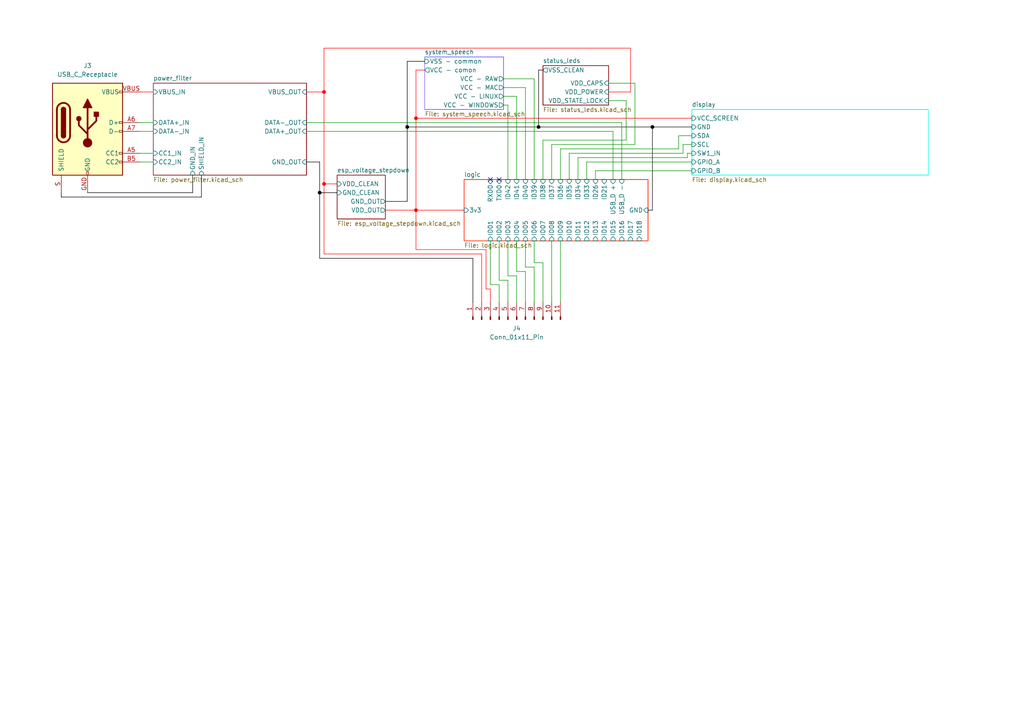
<source format=kicad_sch>
(kicad_sch (version 20250114) (generator "eeschema") (generator_version "9.0")
  (paper "A4")
  (lib_symbols
    (symbol "Connector:Conn_01x11_Pin" (pin_names (offset 1.016) (hide yes))
      (property "Reference" "J" (at 0 15.24 0))
      (property "Value" "Conn_01x11_Pin" (at 0 -15.24 0))
      (symbol "Conn_01x11_Pin_1_1"
        (rectangle (start 0.8636 12.827) (end 0 12.573) (stroke (width 0.1524)) (fill (type outline)))
        (rectangle (start 0.8636 10.287) (end 0 10.033) (stroke (width 0.1524)) (fill (type outline)))
        (rectangle (start 0.8636 7.747) (end 0 7.493) (stroke (width 0.1524)) (fill (type outline)))
        (rectangle (start 0.8636 5.207) (end 0 4.953) (stroke (width 0.1524)) (fill (type outline)))
        (rectangle (start 0.8636 2.667) (end 0 2.413) (stroke (width 0.1524)) (fill (type outline)))
        (rectangle (start 0.8636 0.127) (end 0 -0.127) (stroke (width 0.1524)) (fill (type outline)))
        (rectangle (start 0.8636 -2.413) (end 0 -2.667) (stroke (width 0.1524)) (fill (type outline)))
        (rectangle (start 0.8636 -4.953) (end 0 -5.207) (stroke (width 0.1524)) (fill (type outline)))
        (rectangle (start 0.8636 -7.493) (end 0 -7.747) (stroke (width 0.1524)) (fill (type outline)))
        (rectangle (start 0.8636 -10.033) (end 0 -10.287) (stroke (width 0.1524)) (fill (type outline)))
        (rectangle (start 0.8636 -12.573) (end 0 -12.827) (stroke (width 0.1524)) (fill (type outline)))
        (polyline (pts (xy 1.27 12.7) (xy 0.8636 12.7)) (stroke (width 0.1524)))
        (polyline (pts (xy 1.27 10.16) (xy 0.8636 10.16)) (stroke (width 0.1524)))
        (polyline (pts (xy 1.27 7.62) (xy 0.8636 7.62)) (stroke (width 0.1524)))
        (polyline (pts (xy 1.27 5.08) (xy 0.8636 5.08)) (stroke (width 0.1524)))
        (polyline (pts (xy 1.27 2.54) (xy 0.8636 2.54)) (stroke (width 0.1524)))
        (polyline (pts (xy 1.27 0) (xy 0.8636 0)) (stroke (width 0.1524)))
        (polyline (pts (xy 1.27 -2.54) (xy 0.8636 -2.54)) (stroke (width 0.1524)))
        (polyline (pts (xy 1.27 -5.08) (xy 0.8636 -5.08)) (stroke (width 0.1524)))
        (polyline (pts (xy 1.27 -7.62) (xy 0.8636 -7.62)) (stroke (width 0.1524)))
        (polyline (pts (xy 1.27 -10.16) (xy 0.8636 -10.16)) (stroke (width 0.1524)))
        (polyline (pts (xy 1.27 -12.7) (xy 0.8636 -12.7)) (stroke (width 0.1524)))
        (pin passive line (at 5.08 12.7 180) (length 3.81) (name "Pin_1") (number "1"))
        (pin passive line (at 5.08 10.16 180) (length 3.81) (name "Pin_2") (number "2"))
        (pin passive line (at 5.08 7.62 180) (length 3.81) (name "Pin_3") (number "3"))
        (pin passive line (at 5.08 5.08 180) (length 3.81) (name "Pin_4") (number "4"))
        (pin passive line (at 5.08 2.54 180) (length 3.81) (name "Pin_5") (number "5"))
        (pin passive line (at 5.08 0 180) (length 3.81) (name "Pin_6") (number "6"))
        (pin passive line (at 5.08 -2.54 180) (length 3.81) (name "Pin_7") (number "7"))
        (pin passive line (at 5.08 -5.08 180) (length 3.81) (name "Pin_8") (number "8"))
        (pin passive line (at 5.08 -7.62 180) (length 3.81) (name "Pin_9") (number "9"))
        (pin passive line (at 5.08 -10.16 180) (length 3.81) (name "Pin_10") (number "10"))
        (pin passive line (at 5.08 -12.7 180) (length 3.81) (name "Pin_11") (number "11"))
      )
    )
    (symbol "PCM_SparkFun-Connector:USB_C_Receptacle" (pin_names (offset 1.016))
      (property "Reference" "J" (at -10.16 12.7 0))
      (property "Value" "USB_C_Receptacle" (at 19.05 12.7 0))
      (symbol "USB_C_Receptacle_0_0"
        (rectangle (start -0.254 -15.24) (end 0.254 -14.224))
        (rectangle (start 10.16 9.144) (end 9.144 8.636))
        (rectangle (start 10.16 0.254) (end 9.144 -0.254))
        (rectangle (start 10.16 -2.286) (end 9.144 -2.794))
        (rectangle (start 10.16 -8.636) (end 9.144 -9.144))
        (rectangle (start 10.16 -11.176) (end 9.144 -11.684))
      )
      (symbol "USB_C_Receptacle_0_1"
        (rectangle (start -10.16 11.43) (end 10.16 -15.24) (stroke (width 0.254)) (fill (type background)))
        (polyline (pts (xy -8.89 -3.81) (xy -8.89 3.81)) (stroke (width 0.508)))
        (rectangle (start -7.62 -3.81) (end -6.35 3.81) (stroke (width 0.254)) (fill (type outline)))
        (arc (start -7.62 3.81) (mid -6.985 4.4423) (end -6.35 3.81) (stroke (width 0.254)))
        (arc (start -7.62 3.81) (mid -6.985 4.4423) (end -6.35 3.81) (stroke (width 0.254)) (fill (type outline)))
        (arc (start -8.89 3.81) (mid -6.985 5.7067) (end -5.08 3.81) (stroke (width 0.508)))
        (arc (start -5.08 -3.81) (mid -6.985 -5.7067) (end -8.89 -3.81) (stroke (width 0.508)))
        (arc (start -6.35 -3.81) (mid -6.985 -4.4423) (end -7.62 -3.81) (stroke (width 0.254)))
        (arc (start -6.35 -3.81) (mid -6.985 -4.4423) (end -7.62 -3.81) (stroke (width 0.254)) (fill (type outline)))
        (polyline (pts (xy -5.08 3.81) (xy -5.08 -3.81)) (stroke (width 0.508)))
        (circle (center -2.54 1.143) (radius 0.635) (stroke (width 0.254)) (fill (type outline)))
        (polyline (pts (xy -1.27 4.318) (xy 0 6.858) (xy 1.27 4.318) (xy -1.27 4.318)) (stroke (width 0.254)) (fill (type outline)))
        (polyline (pts (xy 0 -2.032) (xy 2.54 0.508) (xy 2.54 1.778)) (stroke (width 0.508)))
        (polyline (pts (xy 0 -3.302) (xy -2.54 -0.762) (xy -2.54 0.508)) (stroke (width 0.508)))
        (polyline (pts (xy 0 -5.842) (xy 0 4.318)) (stroke (width 0.508)))
        (circle (center 0 -5.842) (radius 1.27) (fill (type outline)))
        (rectangle (start 1.905 1.778) (end 3.175 3.048) (stroke (width 0.254)) (fill (type outline)))
      )
      (symbol "USB_C_Receptacle_1_1"
        (pin passive line (at -7.62 -20.32 90) (length 5.08) (name "SHIELD") (number "S"))
        (pin no_connect line (at -5.08 -15.24 90) (length 5.08) (hide yes) (name "NC") (number "NC1"))
        (pin no_connect line (at -3.81 -15.24 90) (length 5.08) (hide yes) (name "NC") (number "NC2"))
        (pin no_connect line (at -2.54 -15.24 90) (length 5.08) (hide yes) (name "NC") (number "NC3"))
        (pin passive line (at 0 -20.32 90) (length 5.08) (name "GND") (number "GND"))
        (pin no_connect line (at 2.54 -15.24 90) (length 5.08) (hide yes) (name "NC") (number "A8"))
        (pin no_connect line (at 3.81 -15.24 90) (length 5.08) (hide yes) (name "NC") (number "B8"))
        (pin power_out line (at 15.24 8.89 180) (length 5.08) (name "VBUS") (number "VBUS"))
        (pin bidirectional line (at 15.24 0 180) (length 5.08) (name "D+") (number "A6"))
        (pin bidirectional line (at 15.24 0 180) (length 5.08) (hide yes) (name "D+") (number "B6"))
        (pin bidirectional line (at 15.24 -2.54 180) (length 5.08) (name "D-") (number "A7"))
        (pin bidirectional line (at 15.24 -2.54 180) (length 5.08) (hide yes) (name "D-") (number "B7"))
        (pin bidirectional line (at 15.24 -8.89 180) (length 5.08) (name "CC1") (number "A5"))
        (pin bidirectional line (at 15.24 -11.43 180) (length 5.08) (name "CC2") (number "B5"))
      )
    )
  )
  (junction (at 118.11 36.83) (color 0 0 0 1))
  (junction (at 92.71 55.88) (color 0 0 0 1))
  (junction (at 189.23 36.83) (color 0 0 0 1))
  (junction (at 120.65 34.29) (color 255 0 0 1))
  (junction (at 93.98 26.67) (color 255 0 0 1))
  (junction (at 93.98 53.34) (color 255 0 0 1))
  (junction (at 156.21 36.83) (color 0 0 0 1))
  (junction (at 120.65 60.96) (color 255 0 0 1))
  (no_connect (at 142.24 52.07))
  (no_connect (at 144.78 52.07))
  (wire (pts (xy 154.94 22.86) (xy 154.94 52.07)))
  (wire (pts (xy 167.64 45.72) (xy 199.39 45.72)))
  (wire (pts (xy 118.11 36.83) (xy 118.11 58.42)) (stroke (width 0) (color 0 0 0 1)))
  (wire (pts (xy 118.11 17.78) (xy 123.19 17.78)) (stroke (width 0) (color 0 0 0 1)))
  (wire (pts (xy 139.7 73.66) (xy 139.7 87.63)) (stroke (width 0) (color 255 0 0 1)))
  (wire (pts (xy 154.94 77.47) (xy 154.94 87.63)))
  (wire (pts (xy 200.66 41.91) (xy 198.12 41.91)))
  (wire (pts (xy 172.72 49.53) (xy 200.66 49.53)))
  (wire (pts (xy 157.48 76.2) (xy 157.48 87.63)))
  (wire (pts (xy 156.21 36.83) (xy 189.23 36.83)) (stroke (width 0) (color 0 0 0 1)))
  (wire (pts (xy 184.15 24.13) (xy 184.15 41.91)))
  (wire (pts (xy 180.34 35.56) (xy 180.34 52.07)))
  (wire (pts (xy 88.9 35.56) (xy 180.34 35.56)))
  (wire (pts (xy 40.64 46.99) (xy 44.45 46.99)))
  (wire (pts (xy 176.53 24.13) (xy 184.15 24.13)))
  (wire (pts (xy 40.64 38.1) (xy 44.45 38.1)))
  (wire (pts (xy 140.97 72.39) (xy 140.97 83.82)) (stroke (width 0) (color 255 0 0 1)))
  (wire (pts (xy 137.16 74.93) (xy 137.16 87.63)) (stroke (width 0) (color 0 0 0 1)))
  (wire (pts (xy 120.65 34.29) (xy 120.65 60.96)) (stroke (width 0) (color 255 0 0 1)))
  (wire (pts (xy 142.24 83.82) (xy 142.24 87.63)) (stroke (width 0) (color 255 0 0 1)))
  (wire (pts (xy 147.32 80.01) (xy 149.86 80.01)))
  (wire (pts (xy 146.05 25.4) (xy 152.4 25.4)))
  (wire (pts (xy 162.56 43.18) (xy 162.56 52.07)))
  (wire (pts (xy 149.86 80.01) (xy 149.86 87.63)))
  (wire (pts (xy 58.42 50.8) (xy 58.42 57.15)) (stroke (width 0) (color 0 0 0 1)))
  (wire (pts (xy 55.88 50.8) (xy 55.88 55.88)) (stroke (width 0) (color 0 0 0 1)))
  (wire (pts (xy 149.86 78.74) (xy 152.4 78.74)))
  (wire (pts (xy 187.96 60.96) (xy 189.23 60.96)) (stroke (width 0) (color 0 0 0 1)))
  (wire (pts (xy 149.86 27.94) (xy 149.86 52.07)))
  (wire (pts (xy 144.78 81.28) (xy 147.32 81.28)))
  (wire (pts (xy 111.76 60.96) (xy 120.65 60.96)) (stroke (width 0) (color 255 0 0 1)))
  (wire (pts (xy 181.61 29.21) (xy 181.61 40.64)))
  (wire (pts (xy 92.71 55.88) (xy 97.79 55.88)) (stroke (width 0) (color 0 0 0 1)))
  (wire (pts (xy 92.71 55.88) (xy 92.71 74.93)) (stroke (width 0) (color 0 0 0 1)))
  (wire (pts (xy 88.9 46.99) (xy 92.71 46.99)) (stroke (width 0) (color 0 0 0 1)))
  (wire (pts (xy 156.21 20.32) (xy 156.21 36.83)) (stroke (width 0) (color 0 0 0 1)))
  (wire (pts (xy 170.18 52.07) (xy 170.18 46.99)))
  (wire (pts (xy 58.42 57.15) (xy 17.78 57.15)) (stroke (width 0) (color 0 0 0 1)))
  (wire (pts (xy 170.18 46.99) (xy 200.66 46.99)))
  (wire (pts (xy 152.4 25.4) (xy 152.4 52.07)))
  (wire (pts (xy 88.9 26.67) (xy 93.98 26.67)) (stroke (width 0) (color 255 0 0 1)))
  (wire (pts (xy 157.48 40.64) (xy 157.48 52.07)))
  (wire (pts (xy 149.86 69.85) (xy 149.86 78.74)))
  (wire (pts (xy 120.65 72.39) (xy 140.97 72.39)) (stroke (width 0) (color 255 0 0 1)))
  (wire (pts (xy 199.39 44.45) (xy 199.39 45.72)))
  (wire (pts (xy 182.88 13.97) (xy 93.98 13.97)) (stroke (width 0) (color 255 0 0 1)))
  (wire (pts (xy 189.23 36.83) (xy 200.66 36.83)) (stroke (width 0) (color 0 0 0 1)))
  (wire (pts (xy 92.71 74.93) (xy 137.16 74.93)) (stroke (width 0) (color 0 0 0 1)))
  (wire (pts (xy 146.05 27.94) (xy 149.86 27.94)))
  (wire (pts (xy 147.32 52.07) (xy 147.32 30.48)))
  (wire (pts (xy 189.23 36.83) (xy 189.23 60.96)) (stroke (width 0) (color 0 0 0 1)))
  (wire (pts (xy 93.98 53.34) (xy 97.79 53.34)) (stroke (width 0) (color 255 0 0 1)))
  (wire (pts (xy 160.02 69.85) (xy 160.02 87.63)))
  (wire (pts (xy 157.48 20.32) (xy 156.21 20.32)) (stroke (width 0) (color 0 0 0 1)))
  (wire (pts (xy 146.05 30.48) (xy 147.32 30.48)))
  (wire (pts (xy 88.9 38.1) (xy 177.8 38.1)))
  (wire (pts (xy 165.1 44.45) (xy 165.1 52.07)))
  (wire (pts (xy 184.15 41.91) (xy 160.02 41.91)))
  (wire (pts (xy 140.97 83.82) (xy 142.24 83.82)) (stroke (width 0) (color 255 0 0 1)))
  (wire (pts (xy 144.78 69.85) (xy 144.78 81.28)))
  (wire (pts (xy 118.11 36.83) (xy 156.21 36.83)) (stroke (width 0) (color 0 0 0 1)))
  (wire (pts (xy 147.32 81.28) (xy 147.32 87.63)))
  (wire (pts (xy 152.4 77.47) (xy 154.94 77.47)))
  (wire (pts (xy 93.98 13.97) (xy 93.98 26.67)) (stroke (width 0) (color 255 0 0 1)))
  (wire (pts (xy 123.19 20.32) (xy 120.65 20.32)) (stroke (width 0) (color 255 0 0 1)))
  (wire (pts (xy 181.61 40.64) (xy 157.48 40.64)))
  (wire (pts (xy 177.8 38.1) (xy 177.8 52.07)))
  (wire (pts (xy 147.32 69.85) (xy 147.32 80.01)))
  (wire (pts (xy 198.12 41.91) (xy 198.12 44.45)))
  (wire (pts (xy 152.4 69.85) (xy 152.4 77.47)))
  (wire (pts (xy 144.78 82.55) (xy 144.78 87.63)))
  (wire (pts (xy 167.64 52.07) (xy 167.64 45.72)))
  (wire (pts (xy 182.88 26.67) (xy 182.88 13.97)) (stroke (width 0) (color 255 0 0 1)))
  (wire (pts (xy 200.66 39.37) (xy 196.85 39.37)))
  (wire (pts (xy 55.88 55.88) (xy 25.4 55.88)) (stroke (width 0) (color 0 0 0 1)))
  (wire (pts (xy 120.65 60.96) (xy 120.65 72.39)) (stroke (width 0) (color 255 0 0 1)))
  (wire (pts (xy 152.4 78.74) (xy 152.4 87.63)))
  (wire (pts (xy 120.65 20.32) (xy 120.65 34.29)) (stroke (width 0) (color 255 0 0 1)))
  (wire (pts (xy 120.65 34.29) (xy 200.66 34.29)) (stroke (width 0) (color 255 0 0 1)))
  (wire (pts (xy 40.64 26.67) (xy 44.45 26.67)) (stroke (width 0) (color 255 0 0 1)))
  (wire (pts (xy 200.66 44.45) (xy 199.39 44.45)))
  (wire (pts (xy 93.98 73.66) (xy 139.7 73.66)) (stroke (width 0) (color 255 0 0 1)))
  (wire (pts (xy 92.71 46.99) (xy 92.71 55.88)) (stroke (width 0) (color 0 0 0 1)))
  (wire (pts (xy 40.64 44.45) (xy 44.45 44.45)))
  (wire (pts (xy 165.1 44.45) (xy 198.12 44.45)))
  (wire (pts (xy 93.98 26.67) (xy 93.98 53.34)) (stroke (width 0) (color 255 0 0 1)))
  (wire (pts (xy 154.94 76.2) (xy 154.94 69.85)))
  (wire (pts (xy 142.24 82.55) (xy 144.78 82.55)))
  (wire (pts (xy 176.53 29.21) (xy 181.61 29.21)))
  (wire (pts (xy 120.65 60.96) (xy 134.62 60.96)) (stroke (width 0) (color 255 0 0 1)))
  (wire (pts (xy 142.24 69.85) (xy 142.24 82.55)))
  (wire (pts (xy 17.78 57.15) (xy 17.78 55.88)) (stroke (width 0) (color 0 0 0 1)))
  (wire (pts (xy 176.53 26.67) (xy 182.88 26.67)) (stroke (width 0) (color 255 0 0 1)))
  (wire (pts (xy 160.02 41.91) (xy 160.02 52.07)))
  (wire (pts (xy 172.72 52.07) (xy 172.72 49.53)))
  (wire (pts (xy 93.98 53.34) (xy 93.98 73.66)) (stroke (width 0) (color 255 0 0 1)))
  (wire (pts (xy 118.11 17.78) (xy 118.11 36.83)) (stroke (width 0) (color 0 0 0 1)))
  (wire (pts (xy 162.56 43.18) (xy 196.85 43.18)))
  (wire (pts (xy 196.85 39.37) (xy 196.85 43.18)))
  (wire (pts (xy 162.56 69.85) (xy 162.56 87.63)))
  (wire (pts (xy 154.94 76.2) (xy 157.48 76.2)))
  (wire (pts (xy 111.76 58.42) (xy 118.11 58.42)) (stroke (width 0) (color 0 0 0 1)))
  (wire (pts (xy 40.64 35.56) (xy 44.45 35.56)))
  (wire (pts (xy 146.05 22.86) (xy 154.94 22.86)))
  (symbol (lib_id "Connector:Conn_01x11_Pin") (at 149.86 92.71 90) (unit 1)
    (property "Reference" "J4" (at 149.86 95.25 90))
    (property "Value" "Conn_01x11_Pin" (at 149.86 97.79 90))
    (property "Footprint" "Connector_PinHeader_2.00mm:PinHeader_1x11_P2.00mm_Horizontal" (effects (hide yes)))
    (property "Description" "Generic connector, single row, 01x11, script generated" (effects (hide yes)))
  )
  (symbol (lib_id "PCM_SparkFun-Connector:USB_C_Receptacle") (at 25.4 35.56 0) (unit 1)
    (property "Reference" "J3" (at 25.4 19.05 0))
    (property "Value" "USB_C_Receptacle" (at 25.4 21.59 0))
    (property "Footprint" "PCM_SparkFun-Connector:USB-C_16" (effects (hide yes)))
    (property "Datasheet" "https://www.usb.org/sites/default/files/documents/usb_type-c.zip" (effects (hide yes)))
    (property "Description" "USB 2.0-only Type-C Receptacle connector" (effects (hide yes)))
    (property "PROD_ID" "CONN-14122" (effects (hide yes)))
  )
  (sheet (at 157.48 19.05) (size 19.05 11.43) (stroke (width 0.1524))
    (property "Sheetname" "status_leds" (at 157.48 18.3384 0) (effects (justify left bottom)))
    (property "Sheetfile" "status_leds.kicad_sch" (at 157.48 31.0646 0) (effects (justify left top)))
    (pin "VDD_CAPS" input (at 176.53 24.13 0))
    (pin "VDD_POWER" input (at 176.53 26.67 0))
    (pin "VDD_STATE_LOCK" input (at 176.53 29.21 0))
    (pin "VSS_CLEAN" output (at 157.48 20.32 180))
  )
  (sheet (at 44.45 24.13) (size 44.45 26.67) (stroke (width 0.1524))
    (property "Sheetname" "power_filter" (at 44.45 23.4184 0) (effects (justify left bottom)))
    (property "Sheetfile" "power_filter.kicad_sch" (at 44.45 51.3846 0) (effects (justify left top)))
    (pin "CC1_IN" input (at 44.45 44.45 180))
    (pin "CC2_IN" input (at 44.45 46.99 180))
    (pin "DATA+_IN" input (at 44.45 35.56 180))
    (pin "DATA-_IN" input (at 44.45 38.1 180))
    (pin "GND_IN" input (at 55.88 50.8 270))
    (pin "SHIELD_IN" input (at 58.42 50.8 270))
    (pin "VBUS_IN" input (at 44.45 26.67 180))
    (pin "DATA+_OUT" input (at 88.9 38.1 0))
    (pin "DATA-_OUT" input (at 88.9 35.56 0))
    (pin "GND_OUT" input (at 88.9 46.99 0))
    (pin "VBUS_OUT" input (at 88.9 26.67 0))
  )
  (sheet (at 97.79 50.8) (size 13.97 12.7) (stroke (width 0.1524))
    (property "Sheetname" "esp_voltage_stepdown" (at 97.79 50.0884 0) (effects (justify left bottom)))
    (property "Sheetfile" "esp_voltage_stepdown.kicad_sch" (at 97.79 64.0846 0) (effects (justify left top)))
    (pin "GND_CLEAN" input (at 97.79 55.88 180))
    (pin "GND_OUT" output (at 111.76 58.42 0))
    (pin "VDD_CLEAN" input (at 97.79 53.34 180))
    (pin "VDD_OUT" output (at 111.76 60.96 0))
  )
  (sheet (at 134.62 52.07) (size 53.34 17.78) (stroke (width 0.1524) (color 255 42 0 1))
    (property "Sheetname" "logic" (at 134.62 51.3584 0) (effects (justify left bottom)))
    (property "Sheetfile" "logic.kicad_sch" (at 134.62 70.4346 0) (effects (justify left top)))
    (pin "3v3" input (at 134.62 60.96 180))
    (pin "GND" input (at 187.96 60.96 0))
    (pin "ID01" input (at 142.24 69.85 270))
    (pin "ID02" input (at 144.78 69.85 270))
    (pin "ID03" input (at 147.32 69.85 270))
    (pin "ID04" input (at 149.86 69.85 270))
    (pin "ID05" input (at 152.4 69.85 270))
    (pin "ID06" input (at 154.94 69.85 270))
    (pin "ID07" input (at 157.48 69.85 270))
    (pin "ID08" input (at 160.02 69.85 270))
    (pin "ID09" input (at 162.56 69.85 270))
    (pin "ID10" input (at 165.1 69.85 270))
    (pin "ID11" input (at 167.64 69.85 270))
    (pin "ID12" input (at 170.18 69.85 270))
    (pin "ID13" input (at 172.72 69.85 270))
    (pin "ID14" input (at 175.26 69.85 270))
    (pin "ID15" input (at 177.8 69.85 270))
    (pin "ID16" input (at 180.34 69.85 270))
    (pin "ID17" input (at 182.88 69.85 270))
    (pin "ID18" input (at 185.42 69.85 270))
    (pin "ID21" input (at 175.26 52.07 90))
    (pin "ID26" input (at 172.72 52.07 90))
    (pin "ID33" input (at 170.18 52.07 90))
    (pin "ID34" input (at 167.64 52.07 90))
    (pin "ID35" input (at 165.1 52.07 90))
    (pin "ID36" input (at 162.56 52.07 90))
    (pin "ID37" input (at 160.02 52.07 90))
    (pin "ID38" input (at 157.48 52.07 90))
    (pin "ID39" input (at 154.94 52.07 90))
    (pin "ID40" input (at 152.4 52.07 90))
    (pin "ID41" input (at 149.86 52.07 90))
    (pin "ID42" input (at 147.32 52.07 90))
    (pin "RXD0" input (at 142.24 52.07 90))
    (pin "TXD0" input (at 144.78 52.07 90))
    (pin "USB_D +" input (at 177.8 52.07 90))
    (pin "USB_D -" input (at 180.34 52.07 90))
  )
  (sheet (at 200.66 31.75) (size 68.58 19.05) (stroke (width 0.1524) (color 0 255 252 1))
    (property "Sheetname" "display" (at 200.66 31.0384 0) (effects (justify left bottom)))
    (property "Sheetfile" "display.kicad_sch" (at 200.66 51.3846 0) (effects (justify left top)))
    (pin "GND" input (at 200.66 36.83 180))
    (pin "SCL" input (at 200.66 41.91 180))
    (pin "SDA" input (at 200.66 39.37 180))
    (pin "SW1_IN" input (at 200.66 44.45 180))
    (pin "VCC_SCREEN" input (at 200.66 34.29 180))
    (pin "GPIO_A" input (at 200.66 46.99 180))
    (pin "GPIO_B" input (at 200.66 49.53 180))
  )
  (sheet (at 123.19 16.51) (size 22.86 15.24) (stroke (width 0.1524) (color 123 104 255 1))
    (property "Sheetname" "system_speech" (at 123.19 15.7984 0) (effects (justify left bottom)))
    (property "Sheetfile" "system_speech.kicad_sch" (at 123.19 32.3346 0) (effects (justify left top)))
    (pin "VCC - comon" output (at 123.19 20.32 180))
    (pin "VCC - LINUX" output (at 146.05 27.94 0))
    (pin "VCC - MAC" output (at 146.05 25.4 0))
    (pin "VCC - RAW" output (at 146.05 22.86 0))
    (pin "VCC - WINDOWS" output (at 146.05 30.48 0))
    (pin "VSS - common" input (at 123.19 17.78 180))
  )
)
</source>
